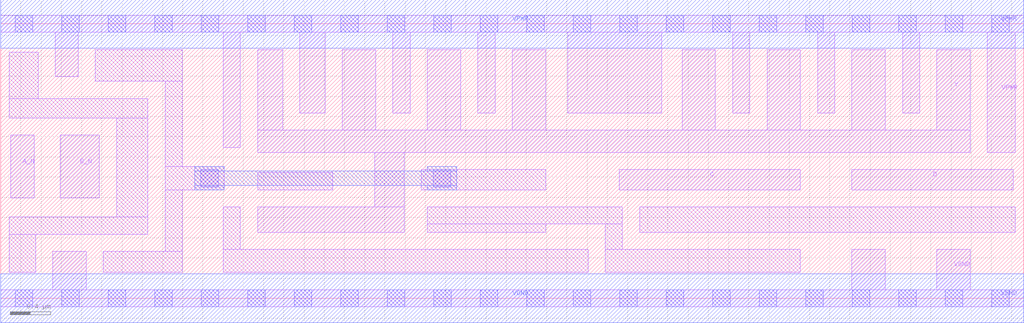
<source format=lef>
# Copyright 2020 The SkyWater PDK Authors
#
# Licensed under the Apache License, Version 2.0 (the "License");
# you may not use this file except in compliance with the License.
# You may obtain a copy of the License at
#
#     https://www.apache.org/licenses/LICENSE-2.0
#
# Unless required by applicable law or agreed to in writing, software
# distributed under the License is distributed on an "AS IS" BASIS,
# WITHOUT WARRANTIES OR CONDITIONS OF ANY KIND, either express or implied.
# See the License for the specific language governing permissions and
# limitations under the License.
#
# SPDX-License-Identifier: Apache-2.0

VERSION 5.7 ;
  NAMESCASESENSITIVE ON ;
  NOWIREEXTENSIONATPIN ON ;
  DIVIDERCHAR "/" ;
  BUSBITCHARS "[]" ;
UNITS
  DATABASE MICRONS 200 ;
END UNITS
MACRO sky130_fd_sc_hd__nand4bb_4
  CLASS CORE ;
  SOURCE USER ;
  FOREIGN sky130_fd_sc_hd__nand4bb_4 ;
  ORIGIN  0.000000  0.000000 ;
  SIZE  10.12000 BY  2.720000 ;
  SYMMETRY X Y R90 ;
  SITE unithd ;
  PIN A_N
    ANTENNAGATEAREA  0.247500 ;
    DIRECTION INPUT ;
    USE SIGNAL ;
    PORT
      LAYER li1 ;
        RECT 0.100000 0.995000 0.330000 1.615000 ;
    END
  END A_N
  PIN B_N
    ANTENNAGATEAREA  0.247500 ;
    DIRECTION INPUT ;
    USE SIGNAL ;
    PORT
      LAYER li1 ;
        RECT 0.590000 0.995000 0.975000 1.615000 ;
    END
  END B_N
  PIN C
    ANTENNAGATEAREA  0.990000 ;
    DIRECTION INPUT ;
    USE SIGNAL ;
    PORT
      LAYER li1 ;
        RECT 6.120000 1.075000 7.910000 1.275000 ;
    END
  END C
  PIN D
    ANTENNAGATEAREA  0.990000 ;
    DIRECTION INPUT ;
    USE SIGNAL ;
    PORT
      LAYER li1 ;
        RECT 8.420000 1.075000 10.015000 1.275000 ;
    END
  END D
  PIN Y
    ANTENNADIFFAREA  2.511000 ;
    DIRECTION OUTPUT ;
    USE SIGNAL ;
    PORT
      LAYER li1 ;
        RECT 2.540000 0.655000 3.990000 0.905000 ;
        RECT 2.540000 1.445000 9.590000 1.665000 ;
        RECT 2.540000 1.665000 2.790000 2.465000 ;
        RECT 3.380000 1.665000 3.710000 2.465000 ;
        RECT 3.700000 0.905000 3.990000 1.445000 ;
        RECT 4.220000 1.665000 4.550000 2.465000 ;
        RECT 5.060000 1.665000 5.390000 2.465000 ;
        RECT 6.740000 1.665000 7.070000 2.465000 ;
        RECT 7.580000 1.665000 7.910000 2.465000 ;
        RECT 8.420000 1.665000 8.750000 2.465000 ;
        RECT 9.260000 1.665000 9.590000 2.465000 ;
    END
  END Y
  PIN VGND
    DIRECTION INOUT ;
    SHAPE ABUTMENT ;
    USE GROUND ;
    PORT
      LAYER li1 ;
        RECT 0.000000 -0.085000 10.120000 0.085000 ;
        RECT 0.515000  0.085000  0.845000 0.465000 ;
        RECT 8.420000  0.085000  8.750000 0.485000 ;
        RECT 9.260000  0.085000  9.590000 0.485000 ;
      LAYER mcon ;
        RECT 0.145000 -0.085000 0.315000 0.085000 ;
        RECT 0.605000 -0.085000 0.775000 0.085000 ;
        RECT 1.065000 -0.085000 1.235000 0.085000 ;
        RECT 1.525000 -0.085000 1.695000 0.085000 ;
        RECT 1.985000 -0.085000 2.155000 0.085000 ;
        RECT 2.445000 -0.085000 2.615000 0.085000 ;
        RECT 2.905000 -0.085000 3.075000 0.085000 ;
        RECT 3.365000 -0.085000 3.535000 0.085000 ;
        RECT 3.825000 -0.085000 3.995000 0.085000 ;
        RECT 4.285000 -0.085000 4.455000 0.085000 ;
        RECT 4.745000 -0.085000 4.915000 0.085000 ;
        RECT 5.205000 -0.085000 5.375000 0.085000 ;
        RECT 5.665000 -0.085000 5.835000 0.085000 ;
        RECT 6.125000 -0.085000 6.295000 0.085000 ;
        RECT 6.585000 -0.085000 6.755000 0.085000 ;
        RECT 7.045000 -0.085000 7.215000 0.085000 ;
        RECT 7.505000 -0.085000 7.675000 0.085000 ;
        RECT 7.965000 -0.085000 8.135000 0.085000 ;
        RECT 8.425000 -0.085000 8.595000 0.085000 ;
        RECT 8.885000 -0.085000 9.055000 0.085000 ;
        RECT 9.345000 -0.085000 9.515000 0.085000 ;
        RECT 9.805000 -0.085000 9.975000 0.085000 ;
      LAYER met1 ;
        RECT 0.000000 -0.240000 10.120000 0.240000 ;
    END
  END VGND
  PIN VPWR
    DIRECTION INOUT ;
    SHAPE ABUTMENT ;
    USE POWER ;
    PORT
      LAYER li1 ;
        RECT 0.000000 2.635000 10.120000 2.805000 ;
        RECT 0.540000 2.195000  0.765000 2.635000 ;
        RECT 2.200000 1.495000  2.370000 2.635000 ;
        RECT 2.960000 1.835000  3.210000 2.635000 ;
        RECT 3.880000 1.835000  4.050000 2.635000 ;
        RECT 4.720000 1.835000  4.890000 2.635000 ;
        RECT 5.610000 1.835000  6.540000 2.635000 ;
        RECT 7.240000 1.835000  7.410000 2.635000 ;
        RECT 8.080000 1.835000  8.250000 2.635000 ;
        RECT 8.920000 1.835000  9.090000 2.635000 ;
        RECT 9.760000 1.445000 10.035000 2.635000 ;
      LAYER mcon ;
        RECT 0.145000 2.635000 0.315000 2.805000 ;
        RECT 0.605000 2.635000 0.775000 2.805000 ;
        RECT 1.065000 2.635000 1.235000 2.805000 ;
        RECT 1.525000 2.635000 1.695000 2.805000 ;
        RECT 1.985000 2.635000 2.155000 2.805000 ;
        RECT 2.445000 2.635000 2.615000 2.805000 ;
        RECT 2.905000 2.635000 3.075000 2.805000 ;
        RECT 3.365000 2.635000 3.535000 2.805000 ;
        RECT 3.825000 2.635000 3.995000 2.805000 ;
        RECT 4.285000 2.635000 4.455000 2.805000 ;
        RECT 4.745000 2.635000 4.915000 2.805000 ;
        RECT 5.205000 2.635000 5.375000 2.805000 ;
        RECT 5.665000 2.635000 5.835000 2.805000 ;
        RECT 6.125000 2.635000 6.295000 2.805000 ;
        RECT 6.585000 2.635000 6.755000 2.805000 ;
        RECT 7.045000 2.635000 7.215000 2.805000 ;
        RECT 7.505000 2.635000 7.675000 2.805000 ;
        RECT 7.965000 2.635000 8.135000 2.805000 ;
        RECT 8.425000 2.635000 8.595000 2.805000 ;
        RECT 8.885000 2.635000 9.055000 2.805000 ;
        RECT 9.345000 2.635000 9.515000 2.805000 ;
        RECT 9.805000 2.635000 9.975000 2.805000 ;
      LAYER met1 ;
        RECT 0.000000 2.480000 10.120000 2.960000 ;
    END
  END VPWR
  OBS
    LAYER li1 ;
      RECT 0.085000 0.255000  0.345000 0.635000 ;
      RECT 0.085000 0.635000  1.455000 0.805000 ;
      RECT 0.085000 1.785000  1.455000 1.980000 ;
      RECT 0.085000 1.980000  0.370000 2.440000 ;
      RECT 0.935000 2.150000  1.795000 2.465000 ;
      RECT 1.015000 0.255000  1.795000 0.465000 ;
      RECT 1.145000 0.805000  1.455000 1.785000 ;
      RECT 1.625000 0.465000  1.795000 1.075000 ;
      RECT 1.625000 1.075000  2.210000 1.305000 ;
      RECT 1.625000 1.305000  1.795000 2.150000 ;
      RECT 2.200000 0.255000  5.810000 0.485000 ;
      RECT 2.200000 0.485000  2.370000 0.905000 ;
      RECT 2.540000 1.075000  3.285000 1.245000 ;
      RECT 4.160000 1.075000  5.390000 1.275000 ;
      RECT 4.220000 0.655000  5.390000 0.735000 ;
      RECT 4.220000 0.735000  6.150000 0.905000 ;
      RECT 5.980000 0.255000  7.910000 0.485000 ;
      RECT 5.980000 0.485000  6.150000 0.735000 ;
      RECT 6.320000 0.655000 10.035000 0.905000 ;
    LAYER mcon ;
      RECT 1.980000 1.105000 2.150000 1.275000 ;
      RECT 4.280000 1.105000 4.450000 1.275000 ;
    LAYER met1 ;
      RECT 1.920000 1.075000 2.210000 1.120000 ;
      RECT 1.920000 1.120000 4.510000 1.260000 ;
      RECT 1.920000 1.260000 2.210000 1.305000 ;
      RECT 4.220000 1.075000 4.510000 1.120000 ;
      RECT 4.220000 1.260000 4.510000 1.305000 ;
  END
END sky130_fd_sc_hd__nand4bb_4
END LIBRARY

</source>
